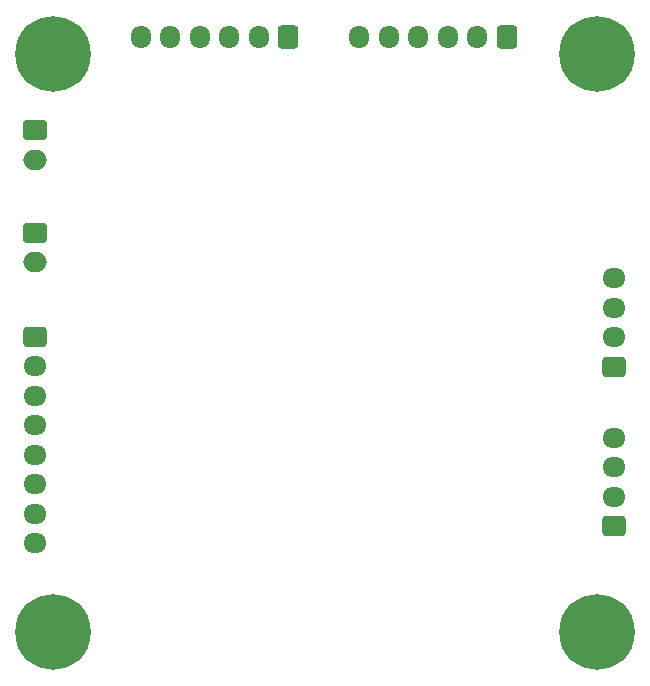
<source format=gbs>
%TF.GenerationSoftware,KiCad,Pcbnew,8.0.5*%
%TF.CreationDate,2024-10-23T11:00:35+02:00*%
%TF.ProjectId,Projet_torero,50726f6a-6574-45f7-946f-7265726f2e6b,rev?*%
%TF.SameCoordinates,Original*%
%TF.FileFunction,Soldermask,Bot*%
%TF.FilePolarity,Negative*%
%FSLAX46Y46*%
G04 Gerber Fmt 4.6, Leading zero omitted, Abs format (unit mm)*
G04 Created by KiCad (PCBNEW 8.0.5) date 2024-10-23 11:00:35*
%MOMM*%
%LPD*%
G01*
G04 APERTURE LIST*
G04 Aperture macros list*
%AMRoundRect*
0 Rectangle with rounded corners*
0 $1 Rounding radius*
0 $2 $3 $4 $5 $6 $7 $8 $9 X,Y pos of 4 corners*
0 Add a 4 corners polygon primitive as box body*
4,1,4,$2,$3,$4,$5,$6,$7,$8,$9,$2,$3,0*
0 Add four circle primitives for the rounded corners*
1,1,$1+$1,$2,$3*
1,1,$1+$1,$4,$5*
1,1,$1+$1,$6,$7*
1,1,$1+$1,$8,$9*
0 Add four rect primitives between the rounded corners*
20,1,$1+$1,$2,$3,$4,$5,0*
20,1,$1+$1,$4,$5,$6,$7,0*
20,1,$1+$1,$6,$7,$8,$9,0*
20,1,$1+$1,$8,$9,$2,$3,0*%
G04 Aperture macros list end*
%ADD10RoundRect,0.250000X0.600000X0.725000X-0.600000X0.725000X-0.600000X-0.725000X0.600000X-0.725000X0*%
%ADD11O,1.700000X1.950000*%
%ADD12RoundRect,0.250000X0.725000X-0.600000X0.725000X0.600000X-0.725000X0.600000X-0.725000X-0.600000X0*%
%ADD13O,1.950000X1.700000*%
%ADD14RoundRect,0.250000X-0.750000X0.600000X-0.750000X-0.600000X0.750000X-0.600000X0.750000X0.600000X0*%
%ADD15O,2.000000X1.700000*%
%ADD16C,0.800000*%
%ADD17C,6.400000*%
%ADD18RoundRect,0.250000X-0.725000X0.600000X-0.725000X-0.600000X0.725000X-0.600000X0.725000X0.600000X0*%
G04 APERTURE END LIST*
D10*
%TO.C,Moteur D*%
X182400000Y-52500000D03*
D11*
X179900000Y-52500000D03*
X177400000Y-52500000D03*
X174900000Y-52500000D03*
X172400000Y-52500000D03*
X169900000Y-52500000D03*
%TD*%
D12*
%TO.C,CapteurBD*%
X191450000Y-80450000D03*
D13*
X191450000Y-77950000D03*
X191450000Y-75450000D03*
X191450000Y-72950000D03*
%TD*%
D14*
%TO.C,ON/OFF*%
X142450000Y-69100000D03*
D15*
X142450000Y-71600000D03*
%TD*%
D16*
%TO.C,H2*%
X141602944Y-53997056D03*
X142305888Y-52300000D03*
X142305888Y-55694112D03*
X144002944Y-51597056D03*
D17*
X144002944Y-53997056D03*
D16*
X144002944Y-56397056D03*
X145700000Y-52300000D03*
X145700000Y-55694112D03*
X146402944Y-53997056D03*
%TD*%
%TO.C,H1*%
X187600000Y-54000000D03*
X188302944Y-52302944D03*
X188302944Y-55697056D03*
X190000000Y-51600000D03*
D17*
X190000000Y-54000000D03*
D16*
X190000000Y-56400000D03*
X191697056Y-52302944D03*
X191697056Y-55697056D03*
X192400000Y-54000000D03*
%TD*%
D14*
%TO.C,Batterie*%
X142450000Y-60450000D03*
D15*
X142450000Y-62950000D03*
%TD*%
D18*
%TO.C,LIDAR*%
X142450000Y-77900000D03*
D13*
X142450000Y-80400000D03*
X142450000Y-82900000D03*
X142450000Y-85400000D03*
X142450000Y-87900000D03*
X142450000Y-90400000D03*
X142450000Y-92900000D03*
X142450000Y-95400000D03*
%TD*%
D16*
%TO.C,H3*%
X141600000Y-102900000D03*
X142302944Y-101202944D03*
X142302944Y-104597056D03*
X144000000Y-100500000D03*
D17*
X144000000Y-102900000D03*
D16*
X144000000Y-105300000D03*
X145697056Y-101202944D03*
X145697056Y-104597056D03*
X146400000Y-102900000D03*
%TD*%
D12*
%TO.C,CapteurBG*%
X191450000Y-93950000D03*
D13*
X191450000Y-91450000D03*
X191450000Y-88950000D03*
X191450000Y-86450000D03*
%TD*%
D16*
%TO.C,H4*%
X192400000Y-102900000D03*
X191697056Y-104597056D03*
X191697056Y-101202944D03*
X190000000Y-105300000D03*
D17*
X190000000Y-102900000D03*
D16*
X190000000Y-100500000D03*
X188302944Y-104597056D03*
X188302944Y-101202944D03*
X187600000Y-102900000D03*
%TD*%
D10*
%TO.C,Moteur G*%
X163900000Y-52500000D03*
D11*
X161400000Y-52500000D03*
X158900000Y-52500000D03*
X156400000Y-52500000D03*
X153900000Y-52500000D03*
X151400000Y-52500000D03*
%TD*%
M02*

</source>
